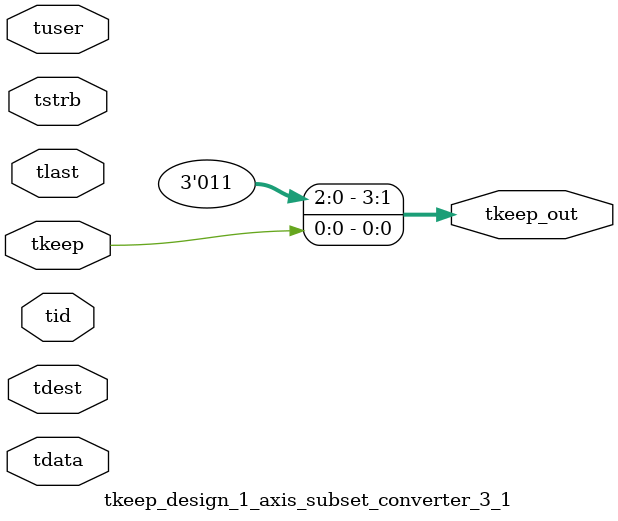
<source format=v>


`timescale 1ps/1ps

module tkeep_design_1_axis_subset_converter_3_1 #
(
parameter C_S_AXIS_TDATA_WIDTH = 32,
parameter C_S_AXIS_TUSER_WIDTH = 0,
parameter C_S_AXIS_TID_WIDTH   = 0,
parameter C_S_AXIS_TDEST_WIDTH = 0,
parameter C_M_AXIS_TDATA_WIDTH = 32
)
(
input  [(C_S_AXIS_TDATA_WIDTH == 0 ? 1 : C_S_AXIS_TDATA_WIDTH)-1:0     ] tdata,
input  [(C_S_AXIS_TUSER_WIDTH == 0 ? 1 : C_S_AXIS_TUSER_WIDTH)-1:0     ] tuser,
input  [(C_S_AXIS_TID_WIDTH   == 0 ? 1 : C_S_AXIS_TID_WIDTH)-1:0       ] tid,
input  [(C_S_AXIS_TDEST_WIDTH == 0 ? 1 : C_S_AXIS_TDEST_WIDTH)-1:0     ] tdest,
input  [(C_S_AXIS_TDATA_WIDTH/8)-1:0 ] tkeep,
input  [(C_S_AXIS_TDATA_WIDTH/8)-1:0 ] tstrb,
input                                                                    tlast,
output [(C_M_AXIS_TDATA_WIDTH/8)-1:0 ] tkeep_out
);

assign tkeep_out = {2'b11,tkeep[0:0]};

endmodule


</source>
